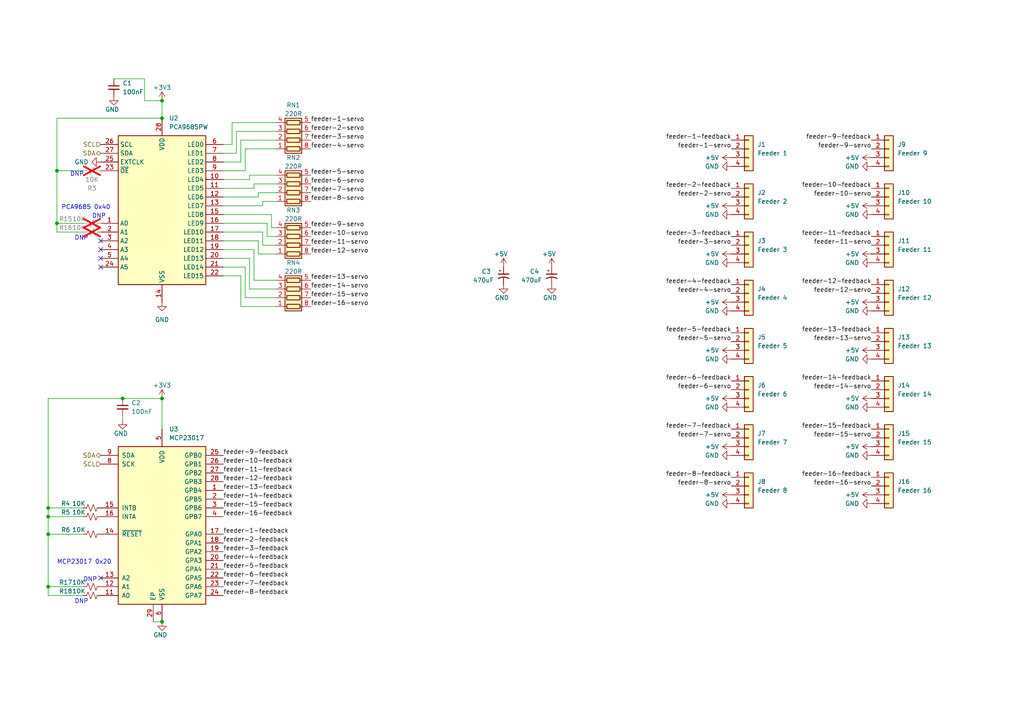
<source format=kicad_sch>
(kicad_sch (version 20230221) (generator eeschema)
  (paper "A4")
  (lib_symbols
    (symbol "Connector_Generic:Conn_01x04" (pin_names (offset 1.016) hide)
      (property "Reference" "J" (at 0 5.08 0))
      (property "Value" "Conn_01x04" (at 0 -7.62 0))
      (symbol "Conn_01x04_1_1"
        (rectangle (start -1.27 -4.953) (end 0 -5.207) (stroke (width 0.1524)))
        (rectangle (start -1.27 -2.413) (end 0 -2.667) (stroke (width 0.1524)))
        (rectangle (start -1.27 0.127) (end 0 -0.127) (stroke (width 0.1524)))
        (rectangle (start -1.27 2.667) (end 0 2.413) (stroke (width 0.1524)))
        (rectangle (start -1.27 3.81) (end 1.27 -6.35) (stroke (width 0.254)) (fill (type background)))
        (pin passive line (at -5.08 2.54 0) (length 3.81) (name "Pin_1") (number "1"))
        (pin passive line (at -5.08 0 0) (length 3.81) (name "Pin_2") (number "2"))
        (pin passive line (at -5.08 -2.54 0) (length 3.81) (name "Pin_3") (number "3"))
        (pin passive line (at -5.08 -5.08 0) (length 3.81) (name "Pin_4") (number "4"))
      )
    )
    (symbol "Device:C_Polarized_Small_US" (pin_numbers hide) (pin_names (offset 0.254) hide)
      (property "Reference" "C" (at 0.254 1.778 0))
      (property "Value" "C_Polarized_Small_US" (at 0.254 -2.032 0))
      (symbol "C_Polarized_Small_US_0_1"
        (polyline (pts (xy -1.524 0.508) (xy 1.524 0.508)) (stroke (width 0.3048)))
        (polyline (pts (xy -1.27 1.524) (xy -0.762 1.524)))
        (polyline (pts (xy -1.016 1.27) (xy -1.016 1.778)))
        (arc (start 1.524 -0.762) (mid 0 -0.3734) (end -1.524 -0.762) (stroke (width 0.3048)))
      )
      (symbol "C_Polarized_Small_US_1_1"
        (pin passive line (at 0 2.54 270) (length 2.032) (name "~") (number "1"))
        (pin passive line (at 0 -2.54 90) (length 2.032) (name "~") (number "2"))
      )
    )
    (symbol "Device:C_Small" (pin_numbers hide) (pin_names (offset 0.254) hide)
      (property "Reference" "C" (at 0.254 1.778 0))
      (property "Value" "C_Small" (at 0.254 -2.032 0))
      (symbol "C_Small_0_1"
        (polyline (pts (xy -1.524 -0.508) (xy 1.524 -0.508)) (stroke (width 0.3302)))
        (polyline (pts (xy -1.524 0.508) (xy 1.524 0.508)) (stroke (width 0.3048)))
      )
      (symbol "C_Small_1_1"
        (pin passive line (at 0 2.54 270) (length 2.032) (name "~") (number "1"))
        (pin passive line (at 0 -2.54 90) (length 2.032) (name "~") (number "2"))
      )
    )
    (symbol "Device:R_Pack04" (pin_names (offset 0) hide)
      (property "Reference" "RN" (at -7.62 0 90))
      (property "Value" "R_Pack04" (at 5.08 0 90))
      (symbol "R_Pack04_0_1"
        (rectangle (start -6.35 -2.413) (end 3.81 2.413) (stroke (width 0.254)) (fill (type background)))
        (rectangle (start -5.715 1.905) (end -4.445 -1.905) (stroke (width 0.254)))
        (rectangle (start -3.175 1.905) (end -1.905 -1.905) (stroke (width 0.254)))
        (rectangle (start -0.635 1.905) (end 0.635 -1.905) (stroke (width 0.254)))
        (polyline (pts (xy -5.08 -2.54) (xy -5.08 -1.905)))
        (polyline (pts (xy -5.08 1.905) (xy -5.08 2.54)))
        (polyline (pts (xy -2.54 -2.54) (xy -2.54 -1.905)))
        (polyline (pts (xy -2.54 1.905) (xy -2.54 2.54)))
        (polyline (pts (xy 0 -2.54) (xy 0 -1.905)))
        (polyline (pts (xy 0 1.905) (xy 0 2.54)))
        (polyline (pts (xy 2.54 -2.54) (xy 2.54 -1.905)))
        (polyline (pts (xy 2.54 1.905) (xy 2.54 2.54)))
        (rectangle (start 1.905 1.905) (end 3.175 -1.905) (stroke (width 0.254)))
      )
      (symbol "R_Pack04_1_1"
        (pin passive line (at -5.08 -5.08 90) (length 2.54) (name "R1.1") (number "1"))
        (pin passive line (at -2.54 -5.08 90) (length 2.54) (name "R2.1") (number "2"))
        (pin passive line (at 0 -5.08 90) (length 2.54) (name "R3.1") (number "3"))
        (pin passive line (at 2.54 -5.08 90) (length 2.54) (name "R4.1") (number "4"))
        (pin passive line (at 2.54 5.08 270) (length 2.54) (name "R4.2") (number "5"))
        (pin passive line (at 0 5.08 270) (length 2.54) (name "R3.2") (number "6"))
        (pin passive line (at -2.54 5.08 270) (length 2.54) (name "R2.2") (number "7"))
        (pin passive line (at -5.08 5.08 270) (length 2.54) (name "R1.2") (number "8"))
      )
    )
    (symbol "Device:R_Small_US" (pin_numbers hide) (pin_names (offset 0.254) hide)
      (property "Reference" "R" (at 0.762 0.508 0))
      (property "Value" "R_Small_US" (at 0.762 -1.016 0))
      (symbol "R_Small_US_1_1"
        (polyline (pts (xy 0 0) (xy 1.016 -0.381) (xy 0 -0.762) (xy -1.016 -1.143) (xy 0 -1.524)))
        (polyline (pts (xy 0 1.524) (xy 1.016 1.143) (xy 0 0.762) (xy -1.016 0.381) (xy 0 0)))
        (pin passive line (at 0 2.54 270) (length 1.016) (name "~") (number "1"))
        (pin passive line (at 0 -2.54 90) (length 1.016) (name "~") (number "2"))
      )
    )
    (symbol "Driver_LED:PCA9685PW"
      (property "Reference" "U" (at -12.7 22.225 0))
      (property "Value" "PCA9685PW" (at 1.27 22.225 0))
      (symbol "PCA9685PW_0_1"
        (rectangle (start -12.7 20.32) (end 12.7 -22.86) (stroke (width 0.254)) (fill (type background)))
      )
      (symbol "PCA9685PW_1_1"
        (pin input line (at -17.78 -5.08 0) (length 5.08) (name "A0") (number "1"))
        (pin output line (at 17.78 7.62 180) (length 5.08) (name "LED4") (number "10"))
        (pin output line (at 17.78 5.08 180) (length 5.08) (name "LED5") (number "11"))
        (pin output line (at 17.78 2.54 180) (length 5.08) (name "LED6") (number "12"))
        (pin output line (at 17.78 0 180) (length 5.08) (name "LED7") (number "13"))
        (pin power_in line (at 0 -27.94 90) (length 5.08) (name "VSS") (number "14"))
        (pin output line (at 17.78 -2.54 180) (length 5.08) (name "LED8") (number "15"))
        (pin output line (at 17.78 -5.08 180) (length 5.08) (name "LED9") (number "16"))
        (pin output line (at 17.78 -7.62 180) (length 5.08) (name "LED10") (number "17"))
        (pin output line (at 17.78 -10.16 180) (length 5.08) (name "LED11") (number "18"))
        (pin output line (at 17.78 -12.7 180) (length 5.08) (name "LED12") (number "19"))
        (pin input line (at -17.78 -7.62 0) (length 5.08) (name "A1") (number "2"))
        (pin output line (at 17.78 -15.24 180) (length 5.08) (name "LED13") (number "20"))
        (pin output line (at 17.78 -17.78 180) (length 5.08) (name "LED14") (number "21"))
        (pin output line (at 17.78 -20.32 180) (length 5.08) (name "LED15") (number "22"))
        (pin input line (at -17.78 10.16 0) (length 5.08) (name "~{OE}") (number "23"))
        (pin input line (at -17.78 -17.78 0) (length 5.08) (name "A5") (number "24"))
        (pin input line (at -17.78 12.7 0) (length 5.08) (name "EXTCLK") (number "25"))
        (pin input line (at -17.78 17.78 0) (length 5.08) (name "SCL") (number "26"))
        (pin bidirectional line (at -17.78 15.24 0) (length 5.08) (name "SDA") (number "27"))
        (pin power_in line (at 0 25.4 270) (length 5.08) (name "VDD") (number "28"))
        (pin input line (at -17.78 -10.16 0) (length 5.08) (name "A2") (number "3"))
        (pin input line (at -17.78 -12.7 0) (length 5.08) (name "A3") (number "4"))
        (pin input line (at -17.78 -15.24 0) (length 5.08) (name "A4") (number "5"))
        (pin output line (at 17.78 17.78 180) (length 5.08) (name "LED0") (number "6"))
        (pin output line (at 17.78 15.24 180) (length 5.08) (name "LED1") (number "7"))
        (pin output line (at 17.78 12.7 180) (length 5.08) (name "LED2") (number "8"))
        (pin output line (at 17.78 10.16 180) (length 5.08) (name "LED3") (number "9"))
      )
    )
    (symbol "Interface_Expansion:MCP23017_ML" (pin_names (offset 1.016))
      (property "Reference" "U" (at -11.43 24.13 0))
      (property "Value" "MCP23017_ML" (at 0 0 0))
      (symbol "MCP23017_ML_0_1"
        (rectangle (start -12.7 22.86) (end 12.7 -22.86) (stroke (width 0.254)) (fill (type background)))
      )
      (symbol "MCP23017_ML_1_1"
        (pin bidirectional line (at 17.78 10.16 180) (length 5.08) (name "GPB4") (number "1"))
        (pin no_connect line (at -12.7 12.7 0) (length 5.08) hide (name "NC") (number "10"))
        (pin input line (at -17.78 -20.32 0) (length 5.08) (name "A0") (number "11"))
        (pin input line (at -17.78 -17.78 0) (length 5.08) (name "A1") (number "12"))
        (pin input line (at -17.78 -15.24 0) (length 5.08) (name "A2") (number "13"))
        (pin input line (at -17.78 -2.54 0) (length 5.08) (name "~{RESET}") (number "14"))
        (pin tri_state line (at -17.78 5.08 0) (length 5.08) (name "INTB") (number "15"))
        (pin tri_state line (at -17.78 2.54 0) (length 5.08) (name "INTA") (number "16"))
        (pin bidirectional line (at 17.78 -2.54 180) (length 5.08) (name "GPA0") (number "17"))
        (pin bidirectional line (at 17.78 -5.08 180) (length 5.08) (name "GPA1") (number "18"))
        (pin bidirectional line (at 17.78 -7.62 180) (length 5.08) (name "GPA2") (number "19"))
        (pin bidirectional line (at 17.78 7.62 180) (length 5.08) (name "GPB5") (number "2"))
        (pin bidirectional line (at 17.78 -10.16 180) (length 5.08) (name "GPA3") (number "20"))
        (pin bidirectional line (at 17.78 -12.7 180) (length 5.08) (name "GPA4") (number "21"))
        (pin bidirectional line (at 17.78 -15.24 180) (length 5.08) (name "GPA5") (number "22"))
        (pin bidirectional line (at 17.78 -17.78 180) (length 5.08) (name "GPA6") (number "23"))
        (pin bidirectional line (at 17.78 -20.32 180) (length 5.08) (name "GPA7") (number "24"))
        (pin bidirectional line (at 17.78 20.32 180) (length 5.08) (name "GPB0") (number "25"))
        (pin bidirectional line (at 17.78 17.78 180) (length 5.08) (name "GPB1") (number "26"))
        (pin bidirectional line (at 17.78 15.24 180) (length 5.08) (name "GPB2") (number "27"))
        (pin bidirectional line (at 17.78 12.7 180) (length 5.08) (name "GPB3") (number "28"))
        (pin passive line (at -2.54 -27.94 90) (length 5.08) (name "EP") (number "29"))
        (pin bidirectional line (at 17.78 5.08 180) (length 5.08) (name "GPB6") (number "3"))
        (pin bidirectional line (at 17.78 2.54 180) (length 5.08) (name "GPB7") (number "4"))
        (pin power_in line (at 0 27.94 270) (length 5.08) (name "VDD") (number "5"))
        (pin power_in line (at 0 -27.94 90) (length 5.08) (name "VSS") (number "6"))
        (pin no_connect line (at -12.7 15.24 0) (length 5.08) hide (name "NC") (number "7"))
        (pin input line (at -17.78 17.78 0) (length 5.08) (name "SCK") (number "8"))
        (pin bidirectional line (at -17.78 20.32 0) (length 5.08) (name "SDA") (number "9"))
      )
    )
    (symbol "power:+3V3" (power) (pin_names (offset 0))
      (property "Value" "+3V3" (at 0 3.556 0))
      (symbol "+3V3_0_1"
        (polyline (pts (xy -0.762 1.27) (xy 0 2.54)))
        (polyline (pts (xy 0 0) (xy 0 2.54)))
        (polyline (pts (xy 0 2.54) (xy 0.762 1.27)))
      )
      (symbol "+3V3_1_1"
        (pin power_in line (at 0 0 90) (length 0) hide (name "+3V3") (number "1"))
      )
    )
    (symbol "power:+5V" (power) (pin_names (offset 0))
      (property "Value" "+5V" (at 0 3.556 0))
      (symbol "+5V_0_1"
        (polyline (pts (xy -0.762 1.27) (xy 0 2.54)))
        (polyline (pts (xy 0 0) (xy 0 2.54)))
        (polyline (pts (xy 0 2.54) (xy 0.762 1.27)))
      )
      (symbol "+5V_1_1"
        (pin power_in line (at 0 0 90) (length 0) hide (name "+5V") (number "1"))
      )
    )
    (symbol "power:GND" (power) (pin_names (offset 0))
      (property "Value" "GND" (at 0 -3.81 0))
      (symbol "GND_0_1"
        (polyline (pts (xy 0 0) (xy 0 -1.27) (xy 1.27 -1.27) (xy 0 -2.54) (xy -1.27 -1.27) (xy 0 -1.27)))
      )
      (symbol "GND_1_1"
        (pin power_in line (at 0 0 270) (length 0) hide (name "GND") (number "1"))
      )
    )
  )
  (junction (at 13.97 154.94))
  (junction (at 16.51 49.53))
  (junction (at 16.51 64.77))
  (junction (at 13.97 149.86))
  (junction (at 13.97 147.32))
  (junction (at 46.99 34.29))
  (junction (at 13.97 170.18))
  (junction (at 46.99 29.21))
  (junction (at 46.99 115.57))
  (junction (at 35.56 115.57))
  (junction (at 46.99 180.34))
  (no_connect (at 29.21 69.85))
  (no_connect (at 29.21 72.39))
  (no_connect (at 29.21 74.93))
  (no_connect (at 29.21 77.47))
  (no_connect (at 29.21 167.64))
  (wire (pts (xy 16.51 64.77) (xy 16.51 49.53)))
  (wire (pts (xy 13.97 147.32) (xy 24.13 147.32)))
  (wire (pts (xy 13.97 149.86) (xy 13.97 154.94)))
  (wire (pts (xy 69.85 40.64) (xy 80.01 40.64)))
  (wire (pts (xy 78.74 66.04) (xy 80.01 66.04)))
  (wire (pts (xy 72.39 74.93) (xy 64.77 74.93)))
  (wire (pts (xy 73.66 54.61) (xy 64.77 54.61)))
  (wire (pts (xy 64.77 41.91) (xy 67.31 41.91)))
  (wire (pts (xy 74.93 57.15) (xy 74.93 55.88)))
  (wire (pts (xy 72.39 50.8) (xy 80.01 50.8)))
  (wire (pts (xy 80.01 58.42) (xy 76.2 58.42)))
  (wire (pts (xy 76.2 58.42) (xy 76.2 59.69)))
  (wire (pts (xy 76.2 59.69) (xy 64.77 59.69)))
  (wire (pts (xy 80.01 53.34) (xy 73.66 53.34)))
  (wire (pts (xy 13.97 172.72) (xy 24.13 172.72)))
  (wire (pts (xy 13.97 149.86) (xy 24.13 149.86)))
  (wire (pts (xy 69.85 80.01) (xy 64.77 80.01)))
  (wire (pts (xy 35.56 115.57) (xy 13.97 115.57)))
  (wire (pts (xy 35.56 121.92) (xy 35.56 120.65)))
  (wire (pts (xy 80.01 88.9) (xy 69.85 88.9)))
  (wire (pts (xy 74.93 73.66) (xy 80.01 73.66)))
  (wire (pts (xy 69.85 46.99) (xy 69.85 40.64)))
  (wire (pts (xy 80.01 68.58) (xy 77.47 68.58)))
  (wire (pts (xy 68.58 44.45) (xy 64.77 44.45)))
  (wire (pts (xy 77.47 64.77) (xy 64.77 64.77)))
  (wire (pts (xy 16.51 64.77) (xy 24.13 64.77)))
  (wire (pts (xy 46.99 115.57) (xy 46.99 124.46)))
  (wire (pts (xy 74.93 55.88) (xy 80.01 55.88)))
  (wire (pts (xy 44.45 180.34) (xy 46.99 180.34)))
  (wire (pts (xy 77.47 68.58) (xy 77.47 64.77)))
  (wire (pts (xy 80.01 83.82) (xy 72.39 83.82)))
  (wire (pts (xy 80.01 43.18) (xy 71.12 43.18)))
  (wire (pts (xy 73.66 81.28) (xy 80.01 81.28)))
  (wire (pts (xy 64.77 77.47) (xy 71.12 77.47)))
  (wire (pts (xy 16.51 34.29) (xy 16.51 49.53)))
  (wire (pts (xy 67.31 41.91) (xy 67.31 35.56)))
  (wire (pts (xy 33.02 22.86) (xy 41.91 22.86)))
  (wire (pts (xy 76.2 67.31) (xy 76.2 71.12)))
  (wire (pts (xy 64.77 67.31) (xy 76.2 67.31)))
  (wire (pts (xy 76.2 71.12) (xy 80.01 71.12)))
  (wire (pts (xy 71.12 43.18) (xy 71.12 49.53)))
  (wire (pts (xy 71.12 86.36) (xy 80.01 86.36)))
  (wire (pts (xy 69.85 88.9) (xy 69.85 80.01)))
  (wire (pts (xy 13.97 170.18) (xy 24.13 170.18)))
  (wire (pts (xy 41.91 22.86) (xy 41.91 29.21)))
  (wire (pts (xy 13.97 154.94) (xy 24.13 154.94)))
  (wire (pts (xy 74.93 69.85) (xy 74.93 73.66)))
  (wire (pts (xy 64.77 52.07) (xy 72.39 52.07)))
  (wire (pts (xy 72.39 83.82) (xy 72.39 74.93)))
  (wire (pts (xy 16.51 67.31) (xy 16.51 64.77)))
  (wire (pts (xy 64.77 49.53) (xy 71.12 49.53)))
  (wire (pts (xy 41.91 29.21) (xy 46.99 29.21)))
  (wire (pts (xy 64.77 62.23) (xy 78.74 62.23)))
  (wire (pts (xy 13.97 115.57) (xy 13.97 147.32)))
  (wire (pts (xy 64.77 57.15) (xy 74.93 57.15)))
  (wire (pts (xy 13.97 172.72) (xy 13.97 170.18)))
  (wire (pts (xy 73.66 53.34) (xy 73.66 54.61)))
  (wire (pts (xy 71.12 77.47) (xy 71.12 86.36)))
  (wire (pts (xy 16.51 49.53) (xy 24.13 49.53)))
  (wire (pts (xy 46.99 34.29) (xy 16.51 34.29)))
  (wire (pts (xy 35.56 115.57) (xy 46.99 115.57)))
  (wire (pts (xy 13.97 170.18) (xy 13.97 154.94)))
  (wire (pts (xy 68.58 38.1) (xy 68.58 44.45)))
  (wire (pts (xy 64.77 72.39) (xy 73.66 72.39)))
  (wire (pts (xy 13.97 147.32) (xy 13.97 149.86)))
  (wire (pts (xy 64.77 46.99) (xy 69.85 46.99)))
  (wire (pts (xy 80.01 38.1) (xy 68.58 38.1)))
  (wire (pts (xy 72.39 52.07) (xy 72.39 50.8)))
  (wire (pts (xy 24.13 67.31) (xy 16.51 67.31)))
  (wire (pts (xy 78.74 62.23) (xy 78.74 66.04)))
  (wire (pts (xy 67.31 35.56) (xy 80.01 35.56)))
  (wire (pts (xy 64.77 69.85) (xy 74.93 69.85)))
  (wire (pts (xy 46.99 29.21) (xy 46.99 34.29)))
  (wire (pts (xy 73.66 72.39) (xy 73.66 81.28)))
  (text "DNP" (at 21.59 175.26 0) (effects (font (size 1.27 1.27)) (justify left bottom)))
  (text "MCP23017 0x20" (at 16.51 163.83 0) (effects (font (size 1.27 1.27)) (justify left bottom)))
  (text "PCA9685 0x40" (at 17.78 60.96 0) (effects (font (size 1.27 1.27)) (justify left bottom)))
  (text "DNP" (at 21.59 69.85 0) (effects (font (size 1.27 1.27)) (justify left bottom)))
  (text "DNP" (at 24.13 168.91 0) (effects (font (size 1.27 1.27)) (justify left bottom)))
  (text "DNP" (at 26.67 63.5 0) (effects (font (size 1.27 1.27)) (justify left bottom)))
  (text "DNP" (at 20.2946 51.3334 0) (effects (font (size 1.27 1.27)) (justify left bottom)))
  (label "feeder-6-feedback" (at 64.77 167.64 0))
  (label "feeder-1-feedback" (at 212.09 40.64 180))
  (label "feeder-16-feedback" (at 252.73 138.43 180))
  (label "feeder-13-feedback" (at 64.77 142.24 0))
  (label "feeder-6-servo" (at 212.09 113.03 180))
  (label "feeder-7-feedback" (at 212.09 124.46 180))
  (label "feeder-13-feedback" (at 252.73 96.52 180))
  (label "feeder-1-servo" (at 90.17 35.56 0))
  (label "feeder-5-feedback" (at 64.77 165.1 0))
  (label "feeder-14-servo" (at 252.73 113.03 180))
  (label "feeder-7-feedback" (at 64.77 170.18 0))
  (label "feeder-11-servo" (at 90.17 71.12 0))
  (label "feeder-5-servo" (at 212.09 99.06 180))
  (label "feeder-10-servo" (at 252.73 57.15 180))
  (label "feeder-9-feedback" (at 252.73 40.64 180))
  (label "feeder-3-feedback" (at 64.77 160.02 0))
  (label "feeder-10-feedback" (at 252.73 54.61 180))
  (label "feeder-8-servo" (at 212.09 140.97 180))
  (label "feeder-15-feedback" (at 252.73 124.46 180))
  (label "feeder-14-feedback" (at 252.73 110.49 180))
  (label "feeder-15-servo" (at 252.73 127 180))
  (label "feeder-5-servo" (at 90.17 50.8 0))
  (label "feeder-2-feedback" (at 64.77 157.48 0))
  (label "feeder-12-servo" (at 252.73 85.09 180))
  (label "feeder-8-feedback" (at 212.09 138.43 180))
  (label "feeder-1-feedback" (at 64.77 154.94 0))
  (label "feeder-4-feedback" (at 64.77 162.56 0))
  (label "feeder-14-feedback" (at 64.77 144.78 0))
  (label "feeder-9-feedback" (at 64.77 132.08 0))
  (label "feeder-11-feedback" (at 64.77 137.16 0))
  (label "feeder-15-feedback" (at 64.77 147.32 0))
  (label "feeder-3-feedback" (at 212.09 68.58 180))
  (label "feeder-1-servo" (at 212.09 43.18 180))
  (label "feeder-16-servo" (at 252.73 140.97 180))
  (label "feeder-12-servo" (at 90.17 73.66 0))
  (label "feeder-4-feedback" (at 212.09 82.55 180))
  (label "feeder-11-servo" (at 252.73 71.12 180))
  (label "feeder-6-servo" (at 90.17 53.34 0))
  (label "feeder-9-servo" (at 252.73 43.18 180))
  (label "feeder-8-feedback" (at 64.77 172.72 0))
  (label "feeder-16-servo" (at 90.17 88.9 0))
  (label "feeder-5-feedback" (at 212.09 96.52 180))
  (label "feeder-2-servo" (at 90.17 38.1 0))
  (label "feeder-2-servo" (at 212.09 57.15 180))
  (label "feeder-4-servo" (at 212.09 85.09 180))
  (label "feeder-3-servo" (at 90.17 40.64 0))
  (label "feeder-10-servo" (at 90.17 68.58 0))
  (label "feeder-9-servo" (at 90.17 66.04 0))
  (label "feeder-16-feedback" (at 64.77 149.86 0))
  (label "feeder-14-servo" (at 90.17 83.82 0))
  (label "feeder-7-servo" (at 212.09 127 180))
  (label "feeder-12-feedback" (at 252.73 82.55 180))
  (label "feeder-13-servo" (at 90.17 81.28 0))
  (label "feeder-12-feedback" (at 64.77 139.7 0))
  (label "feeder-11-feedback" (at 252.73 68.58 180))
  (label "feeder-3-servo" (at 212.09 71.12 180))
  (label "feeder-2-feedback" (at 212.09 54.61 180))
  (label "feeder-10-feedback" (at 64.77 134.62 0))
  (label "feeder-6-feedback" (at 212.09 110.49 180))
  (label "feeder-8-servo" (at 90.17 58.42 0))
  (label "feeder-7-servo" (at 90.17 55.88 0))
  (label "feeder-15-servo" (at 90.17 86.36 0))
  (label "feeder-13-servo" (at 252.73 99.06 180))
  (label "feeder-4-servo" (at 90.17 43.18 0))
  (hierarchical_label "SCL" (shape input) (at 29.21 134.62 180))
  (hierarchical_label "SDA" (shape bidirectional) (at 29.21 132.08 180))
  (hierarchical_label "SCL" (shape input) (at 29.21 41.91 180))
  (hierarchical_label "SDA" (shape bidirectional) (at 29.21 44.45 180))
  (symbol (lib_id "Device:C_Small") (at 33.02 25.4 0) (unit 1)
    (property "Reference" "C1" (at 35.56 24.1362 0) (effects (justify left)))
    (property "Value" "100nF" (at 35.56 26.6762 0) (effects (justify left)))
    (property "Footprint" "Capacitor_SMD:C_0603_1608Metric_Pad1.08x0.95mm_HandSolder" (effects hide))
    (property "Mouser" "791-0603B822K250CT" (effects hide))
    (property "LCSC" "C113812" (effects hide))
  )
  (symbol (lib_id "power:GND") (at 35.56 121.92 0) (unit 1)
    (property "Reference" "#PWR06" (effects hide))
    (property "Value" "GND" (at 33.02 125.73 0) (effects (justify left)))
  )
  (symbol (lib_id "Connector_Generic:Conn_01x04") (at 217.17 140.97 0) (unit 1)
    (property "Reference" "J8" (at 219.71 139.6999 0) (effects (justify left)))
    (property "Value" "Feeder 8" (at 219.71 142.2399 0) (effects (justify left)))
    (property "Footprint" "Connector_PinHeader_2.54mm:PinHeader_1x04_P2.54mm_Vertical" (effects hide))
  )
  (symbol (lib_id "Device:R_Pack04") (at 85.09 53.34 270) (mirror x) (unit 1)
    (property "Reference" "RN2" (at 85.09 45.72 90))
    (property "Value" "220R" (at 85.09 48.26 90))
    (property "Footprint" "Resistor_SMD:R_Array_Concave_4x0402" (effects hide))
  )
  (symbol (lib_id "power:GND") (at 252.73 132.08 270) (unit 1)
    (property "Reference" "#PWR044" (effects hide))
    (property "Value" "GND" (at 245.11 132.08 90) (effects (justify left)))
  )
  (symbol (lib_id "power:GND") (at 46.99 87.63 0) (unit 1)
    (property "Reference" "#PWR08" (effects hide))
    (property "Value" "GND" (at 46.99 92.71 0))
  )
  (symbol (lib_id "Device:C_Small") (at 35.56 118.11 0) (unit 1)
    (property "Reference" "C2" (at 38.1 116.8462 0) (effects (justify left)))
    (property "Value" "100nF" (at 38.1 119.3862 0) (effects (justify left)))
    (property "Footprint" "Capacitor_SMD:C_0603_1608Metric_Pad1.08x0.95mm_HandSolder" (effects hide))
    (property "Mouser" "791-0603B822K250CT" (effects hide))
    (property "LCSC" "C113812" (effects hide))
  )
  (symbol (lib_id "power:GND") (at 29.21 46.99 270) (unit 1)
    (property "Reference" "#PWR04" (effects hide))
    (property "Value" "GND" (at 21.59 46.99 90) (effects (justify left)))
  )
  (symbol (lib_id "Device:R_Small_US") (at 26.67 154.94 90) (unit 1)
    (property "Reference" "R6" (at 19.05 153.67 90))
    (property "Value" "10K" (at 22.86 153.67 90))
    (property "Footprint" "Resistor_SMD:R_0603_1608Metric_Pad0.98x0.95mm_HandSolder" (effects hide))
    (property "Mouser" "279-CRGCQ0603F10K" (effects hide))
    (property "LCSC" "C98220" (effects hide))
  )
  (symbol (lib_id "Connector_Generic:Conn_01x04") (at 257.81 57.15 0) (unit 1)
    (property "Reference" "J10" (at 260.35 55.8799 0) (effects (justify left)))
    (property "Value" "Feeder 10" (at 260.35 58.4199 0) (effects (justify left)))
    (property "Footprint" "Connector_PinHeader_2.54mm:PinHeader_1x04_P2.54mm_Vertical" (effects hide))
  )
  (symbol (lib_id "power:GND") (at 252.73 62.23 270) (unit 1)
    (property "Reference" "#PWR034" (effects hide))
    (property "Value" "GND" (at 245.11 62.23 90) (effects (justify left)))
  )
  (symbol (lib_id "power:GND") (at 252.73 90.17 270) (unit 1)
    (property "Reference" "#PWR038" (effects hide))
    (property "Value" "GND" (at 245.11 90.17 90) (effects (justify left)))
  )
  (symbol (lib_id "power:+5V") (at 212.09 59.69 90) (unit 1)
    (property "Reference" "#PWR017" (effects hide))
    (property "Value" "+5V" (at 204.47 59.69 90) (effects (justify right)))
  )
  (symbol (lib_id "Connector_Generic:Conn_01x04") (at 257.81 43.18 0) (unit 1)
    (property "Reference" "J9" (at 260.35 41.9099 0) (effects (justify left)))
    (property "Value" "Feeder 9" (at 260.35 44.4499 0) (effects (justify left)))
    (property "Footprint" "Connector_PinHeader_2.54mm:PinHeader_1x04_P2.54mm_Vertical" (effects hide))
  )
  (symbol (lib_id "power:+3V3") (at 46.99 29.21 0) (unit 1)
    (property "Reference" "#PWR07" (effects hide))
    (property "Value" "+3V3" (at 46.99 25.4 0))
  )
  (symbol (lib_id "Device:R_Small_US") (at 26.67 149.86 90) (unit 1)
    (property "Reference" "R5" (at 19.05 148.59 90))
    (property "Value" "10K" (at 22.86 148.59 90))
    (property "Footprint" "Resistor_SMD:R_0603_1608Metric_Pad0.98x0.95mm_HandSolder" (effects hide))
    (property "Mouser" "279-CRGCQ0603F10K" (effects hide))
    (property "LCSC" "C98220" (effects hide))
  )
  (symbol (lib_id "power:GND") (at 212.09 146.05 270) (unit 1)
    (property "Reference" "#PWR030" (effects hide))
    (property "Value" "GND" (at 204.47 146.05 90) (effects (justify left)))
  )
  (symbol (lib_id "Connector_Generic:Conn_01x04") (at 217.17 71.12 0) (unit 1)
    (property "Reference" "J3" (at 219.71 69.8499 0) (effects (justify left)))
    (property "Value" "Feeder 3" (at 219.71 72.3899 0) (effects (justify left)))
    (property "Footprint" "Connector_PinHeader_2.54mm:PinHeader_1x04_P2.54mm_Vertical" (effects hide))
  )
  (symbol (lib_id "Device:R_Small_US") (at 26.67 170.18 90) (unit 1)
    (property "Reference" "R17" (at 19.05 168.91 90))
    (property "Value" "10K" (at 22.86 168.91 90))
    (property "Footprint" "Resistor_SMD:R_0603_1608Metric_Pad0.98x0.95mm_HandSolder" (effects hide))
    (property "Mouser" "279-CRGCQ0603F10K" (effects hide))
    (property "LCSC" "C98220" (effects hide))
  )
  (symbol (lib_id "Connector_Generic:Conn_01x04") (at 217.17 57.15 0) (unit 1)
    (property "Reference" "J2" (at 219.71 55.8799 0) (effects (justify left)))
    (property "Value" "Feeder 2" (at 219.71 58.4199 0) (effects (justify left)))
    (property "Footprint" "Connector_PinHeader_2.54mm:PinHeader_1x04_P2.54mm_Vertical" (effects hide))
  )
  (symbol (lib_id "power:GND") (at 33.02 27.94 0) (unit 1)
    (property "Reference" "#PWR05" (effects hide))
    (property "Value" "GND" (at 30.48 31.75 0) (effects (justify left)))
  )
  (symbol (lib_id "Connector_Generic:Conn_01x04") (at 217.17 127 0) (unit 1)
    (property "Reference" "J7" (at 219.71 125.7299 0) (effects (justify left)))
    (property "Value" "Feeder 7" (at 219.71 128.2699 0) (effects (justify left)))
    (property "Footprint" "Connector_PinHeader_2.54mm:PinHeader_1x04_P2.54mm_Vertical" (effects hide))
  )
  (symbol (lib_id "power:GND") (at 212.09 132.08 270) (unit 1)
    (property "Reference" "#PWR028" (effects hide))
    (property "Value" "GND" (at 204.47 132.08 90) (effects (justify left)))
  )
  (symbol (lib_id "power:+5V") (at 252.73 101.6 90) (unit 1)
    (property "Reference" "#PWR039" (effects hide))
    (property "Value" "+5V" (at 245.11 101.6 90) (effects (justify right)))
  )
  (symbol (lib_id "power:GND") (at 252.73 118.11 270) (unit 1)
    (property "Reference" "#PWR042" (effects hide))
    (property "Value" "GND" (at 245.11 118.11 90) (effects (justify left)))
  )
  (symbol (lib_id "Connector_Generic:Conn_01x04") (at 257.81 127 0) (unit 1)
    (property "Reference" "J15" (at 260.35 125.7299 0) (effects (justify left)))
    (property "Value" "Feeder 15" (at 260.35 128.2699 0) (effects (justify left)))
    (property "Footprint" "Connector_PinHeader_2.54mm:PinHeader_1x04_P2.54mm_Vertical" (effects hide))
  )
  (symbol (lib_id "power:GND") (at 146.05 82.55 0) (unit 1)
    (property "Reference" "#PWR012" (effects hide))
    (property "Value" "GND" (at 143.51 86.36 0) (effects (justify left)))
  )
  (symbol (lib_id "power:+5V") (at 252.73 143.51 90) (unit 1)
    (property "Reference" "#PWR045" (effects hide))
    (property "Value" "+5V" (at 245.11 143.51 90) (effects (justify right)))
  )
  (symbol (lib_id "power:+5V") (at 212.09 73.66 90) (unit 1)
    (property "Reference" "#PWR019" (effects hide))
    (property "Value" "+5V" (at 204.47 73.66 90) (effects (justify right)))
  )
  (symbol (lib_id "power:GND") (at 212.09 48.26 270) (unit 1)
    (property "Reference" "#PWR016" (effects hide))
    (property "Value" "GND" (at 204.47 48.26 90) (effects (justify left)))
  )
  (symbol (lib_id "power:+5V") (at 212.09 129.54 90) (unit 1)
    (property "Reference" "#PWR027" (effects hide))
    (property "Value" "+5V" (at 204.47 129.54 90) (effects (justify right)))
  )
  (symbol (lib_id "Connector_Generic:Conn_01x04") (at 217.17 113.03 0) (unit 1)
    (property "Reference" "J6" (at 219.71 111.7599 0) (effects (justify left)))
    (property "Value" "Feeder 6" (at 219.71 114.2999 0) (effects (justify left)))
    (property "Footprint" "Connector_PinHeader_2.54mm:PinHeader_1x04_P2.54mm_Vertical" (effects hide))
  )
  (symbol (lib_id "power:+5V") (at 252.73 45.72 90) (unit 1)
    (property "Reference" "#PWR031" (effects hide))
    (property "Value" "+5V" (at 245.11 45.72 90) (effects (justify right)))
  )
  (symbol (lib_id "power:GND") (at 212.09 90.17 270) (unit 1)
    (property "Reference" "#PWR022" (effects hide))
    (property "Value" "GND" (at 204.47 90.17 90) (effects (justify left)))
  )
  (symbol (lib_id "power:GND") (at 252.73 104.14 270) (unit 1)
    (property "Reference" "#PWR040" (effects hide))
    (property "Value" "GND" (at 245.11 104.14 90) (effects (justify left)))
  )
  (symbol (lib_id "power:+5V") (at 146.05 77.47 0) (unit 1)
    (property "Reference" "#PWR011" (effects hide))
    (property "Value" "+5V" (at 147.32 73.66 0) (effects (justify right)))
  )
  (symbol (lib_id "Connector_Generic:Conn_01x04") (at 257.81 140.97 0) (unit 1)
    (property "Reference" "J16" (at 260.35 139.6999 0) (effects (justify left)))
    (property "Value" "Feeder 16" (at 260.35 142.2399 0) (effects (justify left)))
    (property "Footprint" "Connector_PinHeader_2.54mm:PinHeader_1x04_P2.54mm_Vertical" (effects hide))
  )
  (symbol (lib_id "power:GND") (at 212.09 76.2 270) (unit 1)
    (property "Reference" "#PWR020" (effects hide))
    (property "Value" "GND" (at 204.47 76.2 90) (effects (justify left)))
  )
  (symbol (lib_id "power:GND") (at 212.09 118.11 270) (unit 1)
    (property "Reference" "#PWR026" (effects hide))
    (property "Value" "GND" (at 204.47 118.11 90) (effects (justify left)))
  )
  (symbol (lib_id "power:GND") (at 252.73 76.2 270) (unit 1)
    (property "Reference" "#PWR036" (effects hide))
    (property "Value" "GND" (at 245.11 76.2 90) (effects (justify left)))
  )
  (symbol (lib_id "Device:R_Small_US") (at 26.67 64.77 90) (unit 1) (in_bom no) (dnp yes)
    (property "Reference" "R15" (at 19.05 63.5 90))
    (property "Value" "10K" (at 22.86 63.5 90))
    (property "Footprint" "Resistor_SMD:R_0603_1608Metric_Pad0.98x0.95mm_HandSolder" (effects hide))
    (property "Mouser" "279-CRGCQ0603F10K" (effects hide))
    (property "LCSC" "C98220" (effects hide))
  )
  (symbol (lib_id "power:+5V") (at 212.09 115.57 90) (unit 1)
    (property "Reference" "#PWR025" (effects hide))
    (property "Value" "+5V" (at 204.47 115.57 90) (effects (justify right)))
  )
  (symbol (lib_id "power:GND") (at 160.02 82.55 0) (unit 1)
    (property "Reference" "#PWR014" (effects hide))
    (property "Value" "GND" (at 157.48 86.36 0) (effects (justify left)))
  )
  (symbol (lib_id "power:GND") (at 212.09 62.23 270) (unit 1)
    (property "Reference" "#PWR018" (effects hide))
    (property "Value" "GND" (at 204.47 62.23 90) (effects (justify left)))
  )
  (symbol (lib_id "Device:R_Small_US") (at 26.67 147.32 90) (unit 1)
    (property "Reference" "R4" (at 19.05 146.05 90))
    (property "Value" "10K" (at 22.86 146.05 90))
    (property "Footprint" "Resistor_SMD:R_0603_1608Metric_Pad0.98x0.95mm_HandSolder" (effects hide))
    (property "Mouser" "279-CRGCQ0603F10K" (effects hide))
    (property "LCSC" "C98220" (effects hide))
  )
  (symbol (lib_id "power:GND") (at 252.73 146.05 270) (unit 1)
    (property "Reference" "#PWR046" (effects hide))
    (property "Value" "GND" (at 245.11 146.05 90) (effects (justify left)))
  )
  (symbol (lib_id "Connector_Generic:Conn_01x04") (at 257.81 85.09 0) (unit 1)
    (property "Reference" "J12" (at 260.35 83.8199 0) (effects (justify left)))
    (property "Value" "Feeder 12" (at 260.35 86.3599 0) (effects (justify left)))
    (property "Footprint" "Connector_PinHeader_2.54mm:PinHeader_1x04_P2.54mm_Vertical" (effects hide))
  )
  (symbol (lib_id "Device:R_Pack04") (at 85.09 38.1 270) (mirror x) (unit 1)
    (property "Reference" "RN1" (at 85.09 30.48 90))
    (property "Value" "220R" (at 85.09 33.02 90))
    (property "Footprint" "Resistor_SMD:R_Array_Concave_4x0402" (effects hide))
  )
  (symbol (lib_id "power:+5V") (at 212.09 87.63 90) (unit 1)
    (property "Reference" "#PWR021" (effects hide))
    (property "Value" "+5V" (at 204.47 87.63 90) (effects (justify right)))
  )
  (symbol (lib_id "Device:R_Small_US") (at 26.67 172.72 90) (unit 1)
    (property "Reference" "R18" (at 19.05 171.45 90))
    (property "Value" "10K" (at 22.86 171.45 90))
    (property "Footprint" "Resistor_SMD:R_0603_1608Metric_Pad0.98x0.95mm_HandSolder" (effects hide))
    (property "Mouser" "279-CRGCQ0603F10K" (effects hide))
    (property "LCSC" "C98220" (effects hide))
  )
  (symbol (lib_id "power:GND") (at 212.09 104.14 270) (unit 1)
    (property "Reference" "#PWR024" (effects hide))
    (property "Value" "GND" (at 204.47 104.14 90) (effects (justify left)))
  )
  (symbol (lib_id "Interface_Expansion:MCP23017_ML") (at 46.99 152.4 0) (unit 1)
    (property "Reference" "U3" (at 49.0094 124.46 0) (effects (justify left)))
    (property "Value" "MCP23017" (at 49.0094 127 0) (effects (justify left)))
    (property "Footprint" "Package_DFN_QFN:QFN-28-1EP_6x6mm_P0.65mm_EP4.25x4.25mm" (effects hide))
    (property "Datasheet" "http://ww1.microchip.com/downloads/en/DeviceDoc/20001952C.pdf" (effects hide))
  )
  (symbol (lib_id "power:+5V") (at 212.09 143.51 90) (unit 1)
    (property "Reference" "#PWR029" (effects hide))
    (property "Value" "+5V" (at 204.47 143.51 90) (effects (justify right)))
  )
  (symbol (lib_id "Connector_Generic:Conn_01x04") (at 257.81 113.03 0) (unit 1)
    (property "Reference" "J14" (at 260.35 111.7599 0) (effects (justify left)))
    (property "Value" "Feeder 14" (at 260.35 114.2999 0) (effects (justify left)))
    (property "Footprint" "Connector_PinHeader_2.54mm:PinHeader_1x04_P2.54mm_Vertical" (effects hide))
  )
  (symbol (lib_id "Connector_Generic:Conn_01x04") (at 257.81 71.12 0) (unit 1)
    (property "Reference" "J11" (at 260.35 69.8499 0) (effects (justify left)))
    (property "Value" "Feeder 11" (at 260.35 72.3899 0) (effects (justify left)))
    (property "Footprint" "Connector_PinHeader_2.54mm:PinHeader_1x04_P2.54mm_Vertical" (effects hide))
  )
  (symbol (lib_id "Connector_Generic:Conn_01x04") (at 217.17 43.18 0) (unit 1)
    (property "Reference" "J1" (at 219.71 41.9099 0) (effects (justify left)))
    (property "Value" "Feeder 1" (at 219.71 44.4499 0) (effects (justify left)))
    (property "Footprint" "Connector_PinHeader_2.54mm:PinHeader_1x04_P2.54mm_Vertical" (effects hide))
  )
  (symbol (lib_id "Device:C_Polarized_Small_US") (at 160.02 80.01 0) (unit 1)
    (property "Reference" "C4" (at 153.67 78.74 0) (effects (justify left)))
    (property "Value" "470uF" (at 151.13 81.28 0) (effects (justify left)))
    (property "Footprint" "Capacitor_THT:CP_Radial_D8.0mm_P5.00mm" (effects hide))
  )
  (symbol (lib_id "power:+5V") (at 252.73 59.69 90) (unit 1)
    (property "Reference" "#PWR033" (effects hide))
    (property "Value" "+5V" (at 245.11 59.69 90) (effects (justify right)))
  )
  (symbol (lib_id "Device:R_Small_US") (at 26.67 67.31 90) (unit 1) (in_bom no) (dnp yes)
    (property "Reference" "R16" (at 19.05 66.04 90))
    (property "Value" "10K" (at 22.86 66.04 90))
    (property "Footprint" "Resistor_SMD:R_0603_1608Metric_Pad0.98x0.95mm_HandSolder" (effects hide))
    (property "Mouser" "279-CRGCQ0603F10K" (effects hide))
    (property "LCSC" "C98220" (effects hide))
  )
  (symbol (lib_id "Connector_Generic:Conn_01x04") (at 257.81 99.06 0) (unit 1)
    (property "Reference" "J13" (at 260.35 97.7899 0) (effects (justify left)))
    (property "Value" "Feeder 13" (at 260.35 100.3299 0) (effects (justify left)))
    (property "Footprint" "Connector_PinHeader_2.54mm:PinHeader_1x04_P2.54mm_Vertical" (effects hide))
  )
  (symbol (lib_id "power:+5V") (at 252.73 129.54 90) (unit 1)
    (property "Reference" "#PWR043" (effects hide))
    (property "Value" "+5V" (at 245.11 129.54 90) (effects (justify right)))
  )
  (symbol (lib_id "power:GND") (at 46.99 180.34 0) (unit 1)
    (property "Reference" "#PWR010" (effects hide))
    (property "Value" "GND" (at 44.45 184.15 0) (effects (justify left)))
  )
  (symbol (lib_id "Connector_Generic:Conn_01x04") (at 217.17 85.09 0) (unit 1)
    (property "Reference" "J4" (at 219.71 83.8199 0) (effects (justify left)))
    (property "Value" "Feeder 4" (at 219.71 86.3599 0) (effects (justify left)))
    (property "Footprint" "Connector_PinHeader_2.54mm:PinHeader_1x04_P2.54mm_Vertical" (effects hide))
  )
  (symbol (lib_id "Device:C_Polarized_Small_US") (at 146.05 80.01 0) (unit 1)
    (property "Reference" "C3" (at 139.7 78.74 0) (effects (justify left)))
    (property "Value" "470uF" (at 137.16 81.28 0) (effects (justify left)))
    (property "Footprint" "Capacitor_THT:CP_Radial_D8.0mm_P5.00mm" (effects hide))
  )
  (symbol (lib_id "power:+5V") (at 252.73 73.66 90) (unit 1)
    (property "Reference" "#PWR035" (effects hide))
    (property "Value" "+5V" (at 245.11 73.66 90) (effects (justify right)))
  )
  (symbol (lib_id "power:+5V") (at 212.09 101.6 90) (unit 1)
    (property "Reference" "#PWR023" (effects hide))
    (property "Value" "+5V" (at 204.47 101.6 90) (effects (justify right)))
  )
  (symbol (lib_id "power:+5V") (at 252.73 115.57 90) (unit 1)
    (property "Reference" "#PWR041" (effects hide))
    (property "Value" "+5V" (at 245.11 115.57 90) (effects (justify right)))
  )
  (symbol (lib_id "Connector_Generic:Conn_01x04") (at 217.17 99.06 0) (unit 1)
    (property "Reference" "J5" (at 219.71 97.7899 0) (effects (justify left)))
    (property "Value" "Feeder 5" (at 219.71 100.3299 0) (effects (justify left)))
    (property "Footprint" "Connector_PinHeader_2.54mm:PinHeader_1x04_P2.54mm_Vertical" (effects hide))
  )
  (symbol (lib_id "power:+5V") (at 160.02 77.47 0) (unit 1)
    (property "Reference" "#PWR013" (effects hide))
    (property "Value" "+5V" (at 161.29 73.66 0) (effects (justify right)))
  )
  (symbol (lib_id "power:+3V3") (at 46.99 115.57 0) (unit 1)
    (property "Reference" "#PWR09" (effects hide))
    (property "Value" "+3V3" (at 46.99 111.76 0))
  )
  (symbol (lib_id "Device:R_Small_US") (at 26.67 49.53 90) (unit 1) (in_bom no) (dnp yes)
    (property "Reference" "R3" (at 26.67 54.61 90))
    (property "Value" "10K" (at 26.67 52.07 90))
    (property "Footprint" "Resistor_SMD:R_0603_1608Metric_Pad0.98x0.95mm_HandSolder" (effects hide))
    (property "Mouser" "279-CRGCQ0603F10K" (effects hide))
    (property "LCSC" "C98220" (effects hide))
  )
  (symbol (lib_id "power:+5V") (at 212.09 45.72 90) (unit 1)
    (property "Reference" "#PWR015" (effects hide))
    (property "Value" "+5V" (at 204.47 45.72 90) (effects (justify right)))
  )
  (symbol (lib_id "Device:R_Pack04") (at 85.09 68.58 270) (mirror x) (unit 1)
    (property "Reference" "RN3" (at 85.09 60.96 90))
    (property "Value" "220R" (at 85.09 63.5 90))
    (property "Footprint" "Resistor_SMD:R_Array_Concave_4x0402" (effects hide))
  )
  (symbol (lib_id "Driver_LED:PCA9685PW") (at 46.99 59.69 0) (unit 1)
    (property "Reference" "U2" (at 49.0094 34.29 0) (effects (justify left)))
    (property "Value" "PCA9685PW" (at 49.0094 36.83 0) (effects (justify left)))
    (property "Footprint" "Package_SO:TSSOP-28_4.4x9.7mm_P0.65mm" (effects hide))
    (property "Datasheet" "http://www.nxp.com/documents/data_sheet/PCA9685.pdf" (effects hide))
  )
  (symbol (lib_id "power:+5V") (at 252.73 87.63 90) (unit 1)
    (property "Reference" "#PWR037" (effects hide))
    (property "Value" "+5V" (at 245.11 87.63 90) (effects (justify right)))
  )
  (symbol (lib_id "power:GND") (at 252.73 48.26 270) (unit 1)
    (property "Reference" "#PWR032" (effects hide))
    (property "Value" "GND" (at 245.11 48.26 90) (effects (justify left)))
  )
  (symbol (lib_id "Device:R_Pack04") (at 85.09 83.82 270) (mirror x) (unit 1)
    (property "Reference" "RN4" (at 85.09 76.2 90))
    (property "Value" "220R" (at 85.09 78.74 90))
    (property "Footprint" "Resistor_SMD:R_Array_Concave_4x0402" (effects hide))
  )
)
</source>
